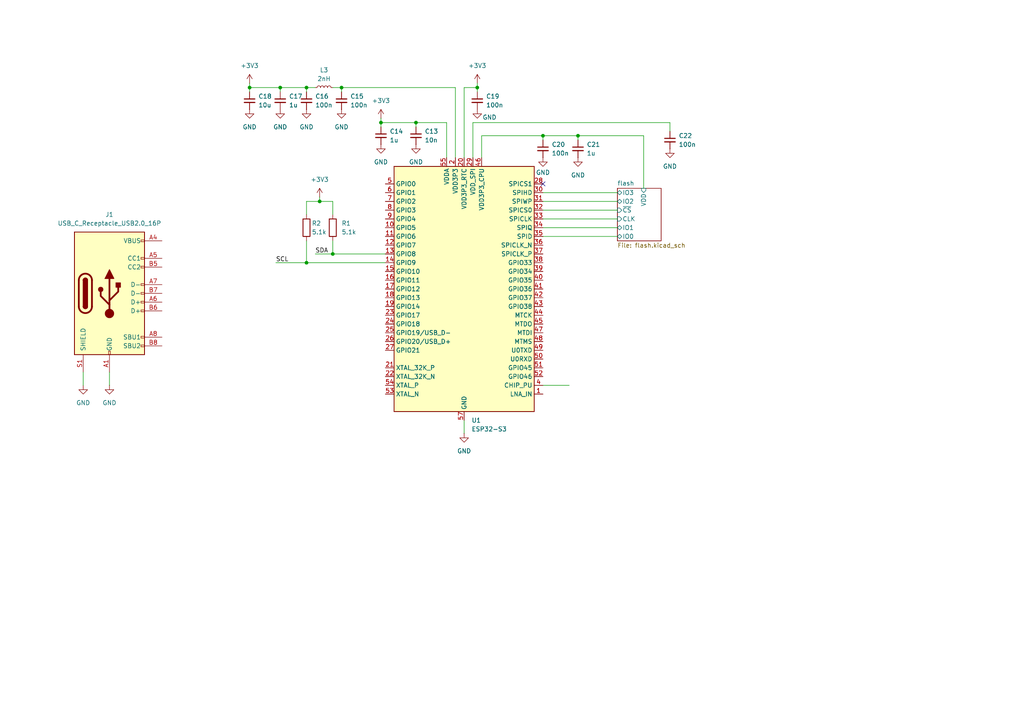
<source format=kicad_sch>
(kicad_sch (version 20250114) (generator "eeschema") (generator_version "9.0")
  (paper "A4")
  (lib_symbols
    (symbol "Connector:USB_C_Receptacle_USB2.0_16P" (pin_names (offset 1.016))
      (property "Reference" "J" (at 0 22.225 0))
      (property "Value" "USB_C_Receptacle_USB2.0_16P" (at 0 19.685 0))
      (symbol "USB_C_Receptacle_USB2.0_16P_0_0"
        (rectangle (start -0.254 -17.78) (end 0.254 -16.764))
        (rectangle (start 10.16 15.494) (end 9.144 14.986))
        (rectangle (start 10.16 10.414) (end 9.144 9.906))
        (rectangle (start 10.16 7.874) (end 9.144 7.366))
        (rectangle (start 10.16 2.794) (end 9.144 2.286))
        (rectangle (start 10.16 0.254) (end 9.144 -0.254))
        (rectangle (start 10.16 -2.286) (end 9.144 -2.794))
        (rectangle (start 10.16 -4.826) (end 9.144 -5.334))
        (rectangle (start 10.16 -12.446) (end 9.144 -12.954))
        (rectangle (start 10.16 -14.986) (end 9.144 -15.494))
      )
      (symbol "USB_C_Receptacle_USB2.0_16P_0_1"
        (rectangle (start -10.16 17.78) (end 10.16 -17.78) (stroke (width 0.254)) (fill (type background)))
        (polyline (pts (xy -8.89 -3.81) (xy -8.89 3.81)) (stroke (width 0.508)))
        (rectangle (start -7.62 -3.81) (end -6.35 3.81) (stroke (width 0.254)) (fill (type outline)))
        (arc (start -7.62 3.81) (mid -6.985 4.4423) (end -6.35 3.81) (stroke (width 0.254)))
        (arc (start -7.62 3.81) (mid -6.985 4.4423) (end -6.35 3.81) (stroke (width 0.254)) (fill (type outline)))
        (arc (start -8.89 3.81) (mid -6.985 5.7067) (end -5.08 3.81) (stroke (width 0.508)))
        (arc (start -5.08 -3.81) (mid -6.985 -5.7067) (end -8.89 -3.81) (stroke (width 0.508)))
        (arc (start -6.35 -3.81) (mid -6.985 -4.4423) (end -7.62 -3.81) (stroke (width 0.254)))
        (arc (start -6.35 -3.81) (mid -6.985 -4.4423) (end -7.62 -3.81) (stroke (width 0.254)) (fill (type outline)))
        (polyline (pts (xy -5.08 3.81) (xy -5.08 -3.81)) (stroke (width 0.508)))
        (circle (center -2.54 1.143) (radius 0.635) (stroke (width 0.254)) (fill (type outline)))
        (polyline (pts (xy -1.27 4.318) (xy 0 6.858) (xy 1.27 4.318) (xy -1.27 4.318)) (stroke (width 0.254)) (fill (type outline)))
        (polyline (pts (xy 0 -2.032) (xy 2.54 0.508) (xy 2.54 1.778)) (stroke (width 0.508)))
        (polyline (pts (xy 0 -3.302) (xy -2.54 -0.762) (xy -2.54 0.508)) (stroke (width 0.508)))
        (polyline (pts (xy 0 -5.842) (xy 0 4.318)) (stroke (width 0.508)))
        (circle (center 0 -5.842) (radius 1.27) (fill (type outline)))
        (rectangle (start 1.905 1.778) (end 3.175 3.048) (stroke (width 0.254)) (fill (type outline)))
      )
      (symbol "USB_C_Receptacle_USB2.0_16P_1_1"
        (pin passive line (at -7.62 -22.86 90) (length 5.08) (name "SHIELD") (number "S1"))
        (pin passive line (at 0 -22.86 90) (length 5.08) (name "GND") (number "A1"))
        (pin passive line (at 0 -22.86 90) (length 5.08) (hide yes) (name "GND") (number "A12"))
        (pin passive line (at 0 -22.86 90) (length 5.08) (hide yes) (name "GND") (number "B1"))
        (pin passive line (at 0 -22.86 90) (length 5.08) (hide yes) (name "GND") (number "B12"))
        (pin passive line (at 15.24 15.24 180) (length 5.08) (name "VBUS") (number "A4"))
        (pin passive line (at 15.24 15.24 180) (length 5.08) (hide yes) (name "VBUS") (number "A9"))
        (pin passive line (at 15.24 15.24 180) (length 5.08) (hide yes) (name "VBUS") (number "B4"))
        (pin passive line (at 15.24 15.24 180) (length 5.08) (hide yes) (name "VBUS") (number "B9"))
        (pin bidirectional line (at 15.24 10.16 180) (length 5.08) (name "CC1") (number "A5"))
        (pin bidirectional line (at 15.24 7.62 180) (length 5.08) (name "CC2") (number "B5"))
        (pin bidirectional line (at 15.24 2.54 180) (length 5.08) (name "D-") (number "A7"))
        (pin bidirectional line (at 15.24 0 180) (length 5.08) (name "D-") (number "B7"))
        (pin bidirectional line (at 15.24 -2.54 180) (length 5.08) (name "D+") (number "A6"))
        (pin bidirectional line (at 15.24 -5.08 180) (length 5.08) (name "D+") (number "B6"))
        (pin bidirectional line (at 15.24 -12.7 180) (length 5.08) (name "SBU1") (number "A8"))
        (pin bidirectional line (at 15.24 -15.24 180) (length 5.08) (name "SBU2") (number "B8"))
      )
    )
    (symbol "Device:C_Small" (pin_numbers (hide yes)) (pin_names (offset 0.254) (hide yes))
      (property "Reference" "C" (at 0.254 1.778 0))
      (property "Value" "C_Small" (at 0.254 -2.032 0))
      (symbol "C_Small_0_1"
        (polyline (pts (xy -1.524 0.508) (xy 1.524 0.508)) (stroke (width 0.3048)))
        (polyline (pts (xy -1.524 -0.508) (xy 1.524 -0.508)) (stroke (width 0.3302)))
      )
      (symbol "C_Small_1_1"
        (pin passive line (at 0 2.54 270) (length 2.032) (name "~") (number "1"))
        (pin passive line (at 0 -2.54 90) (length 2.032) (name "~") (number "2"))
      )
    )
    (symbol "Device:L_Small" (pin_numbers (hide yes)) (pin_names (offset 0.254) (hide yes))
      (property "Reference" "L" (at 0.762 1.016 0))
      (property "Value" "L_Small" (at 0.762 -1.016 0))
      (symbol "L_Small_0_1"
        (arc (start 0 2.032) (mid 0.5058 1.524) (end 0 1.016))
        (arc (start 0 1.016) (mid 0.5058 0.508) (end 0 0))
        (arc (start 0 0) (mid 0.5058 -0.508) (end 0 -1.016))
        (arc (start 0 -1.016) (mid 0.5058 -1.524) (end 0 -2.032))
      )
      (symbol "L_Small_1_1"
        (pin passive line (at 0 2.54 270) (length 0.508) (name "~") (number "1"))
        (pin passive line (at 0 -2.54 90) (length 0.508) (name "~") (number "2"))
      )
    )
    (symbol "Device:R" (pin_numbers (hide yes)) (pin_names (offset 0))
      (property "Reference" "R" (at 2.032 0 90))
      (property "Value" "R" (at 0 0 90))
      (symbol "R_0_1"
        (rectangle (start -1.016 -2.54) (end 1.016 2.54) (stroke (width 0.254)))
      )
      (symbol "R_1_1"
        (pin passive line (at 0 3.81 270) (length 1.27) (name "~") (number "1"))
        (pin passive line (at 0 -3.81 90) (length 1.27) (name "~") (number "2"))
      )
    )
    (symbol "MCU_Espressif:ESP32-S3"
      (property "Reference" "U" (at 10.16 -38.1 0))
      (property "Value" "ESP32-S3" (at 13.97 -40.64 0))
      (symbol "ESP32-S3_0_1"
        (rectangle (start -20.32 35.56) (end 20.32 -35.56) (stroke (width 0.254)) (fill (type background)))
      )
      (symbol "ESP32-S3_1_0"
        (pin passive line (at -5.08 38.1 270) (length 2.54) (hide yes) (name "VDDA") (number "56"))
        (pin bidirectional line (at 22.86 12.7 180) (length 2.54) (name "SPICLK_N") (number "36"))
        (pin bidirectional line (at 22.86 -10.16 180) (length 2.54) (name "MTDO") (number "45"))
        (pin bidirectional line (at 22.86 -22.86 180) (length 2.54) (name "GPIO45") (number "51"))
      )
      (symbol "ESP32-S3_1_1"
        (pin bidirectional line (at -22.86 30.48 0) (length 2.54) (name "GPIO0") (number "5"))
        (pin bidirectional line (at -22.86 27.94 0) (length 2.54) (name "GPIO1") (number "6"))
        (pin bidirectional line (at -22.86 25.4 0) (length 2.54) (name "GPIO2") (number "7"))
        (pin bidirectional line (at -22.86 22.86 0) (length 2.54) (name "GPIO3") (number "8"))
        (pin bidirectional line (at -22.86 20.32 0) (length 2.54) (name "GPIO4") (number "9"))
        (pin bidirectional line (at -22.86 17.78 0) (length 2.54) (name "GPIO5") (number "10"))
        (pin bidirectional line (at -22.86 15.24 0) (length 2.54) (name "GPIO6") (number "11"))
        (pin bidirectional line (at -22.86 12.7 0) (length 2.54) (name "GPIO7") (number "12"))
        (pin bidirectional line (at -22.86 10.16 0) (length 2.54) (name "GPIO8") (number "13"))
        (pin bidirectional line (at -22.86 7.62 0) (length 2.54) (name "GPIO9") (number "14"))
        (pin bidirectional line (at -22.86 5.08 0) (length 2.54) (name "GPIO10") (number "15"))
        (pin bidirectional line (at -22.86 2.54 0) (length 2.54) (name "GPIO11") (number "16"))
        (pin bidirectional line (at -22.86 0 0) (length 2.54) (name "GPIO12") (number "17"))
        (pin bidirectional line (at -22.86 -2.54 0) (length 2.54) (name "GPIO13") (number "18"))
        (pin bidirectional line (at -22.86 -5.08 0) (length 2.54) (name "GPIO14") (number "19"))
        (pin bidirectional line (at -22.86 -7.62 0) (length 2.54) (name "GPIO17") (number "23"))
        (pin bidirectional line (at -22.86 -10.16 0) (length 2.54) (name "GPIO18") (number "24"))
        (pin bidirectional line (at -22.86 -12.7 0) (length 2.54) (name "GPIO19/USB_D-") (number "25"))
        (pin bidirectional line (at -22.86 -15.24 0) (length 2.54) (name "GPIO20/USB_D+") (number "26"))
        (pin bidirectional line (at -22.86 -17.78 0) (length 2.54) (name "GPIO21") (number "27"))
        (pin passive line (at -22.86 -22.86 0) (length 2.54) (name "XTAL_32K_P") (number "21"))
        (pin passive line (at -22.86 -25.4 0) (length 2.54) (name "XTAL_32K_N") (number "22"))
        (pin input line (at -22.86 -27.94 0) (length 2.54) (name "XTAL_P") (number "54"))
        (pin output line (at -22.86 -30.48 0) (length 2.54) (name "XTAL_N") (number "53"))
        (pin power_in line (at -5.08 38.1 270) (length 2.54) (name "VDDA") (number "55"))
        (pin power_in line (at -2.54 38.1 270) (length 2.54) (name "VDD3P3") (number "2"))
        (pin passive line (at -2.54 38.1 270) (length 2.54) (hide yes) (name "VDD3P3") (number "3"))
        (pin power_in line (at 0 38.1 270) (length 2.54) (name "VDD3P3_RTC") (number "20"))
        (pin power_in line (at 0 -38.1 90) (length 2.54) (name "GND") (number "57"))
        (pin power_in line (at 2.54 38.1 270) (length 2.54) (name "VDD_SPI") (number "29"))
        (pin power_in line (at 5.08 38.1 270) (length 2.54) (name "VDD3P3_CPU") (number "46"))
        (pin bidirectional line (at 22.86 30.48 180) (length 2.54) (name "SPICS1") (number "28"))
        (pin bidirectional line (at 22.86 27.94 180) (length 2.54) (name "SPIHD") (number "30"))
        (pin bidirectional line (at 22.86 25.4 180) (length 2.54) (name "SPIWP") (number "31"))
        (pin bidirectional line (at 22.86 22.86 180) (length 2.54) (name "SPICS0") (number "32"))
        (pin bidirectional line (at 22.86 20.32 180) (length 2.54) (name "SPICLK") (number "33"))
        (pin bidirectional line (at 22.86 17.78 180) (length 2.54) (name "SPIQ") (number "34"))
        (pin bidirectional line (at 22.86 15.24 180) (length 2.54) (name "SPID") (number "35"))
        (pin bidirectional line (at 22.86 10.16 180) (length 2.54) (name "SPICLK_P") (number "37"))
        (pin bidirectional line (at 22.86 7.62 180) (length 2.54) (name "GPIO33") (number "38"))
        (pin bidirectional line (at 22.86 5.08 180) (length 2.54) (name "GPIO34") (number "39"))
        (pin bidirectional line (at 22.86 2.54 180) (length 2.54) (name "GPIO35") (number "40"))
        (pin bidirectional line (at 22.86 0 180) (length 2.54) (name "GPIO36") (number "41"))
        (pin bidirectional line (at 22.86 -2.54 180) (length 2.54) (name "GPIO37") (number "42"))
        (pin bidirectional line (at 22.86 -5.08 180) (length 2.54) (name "GPIO38") (number "43"))
        (pin bidirectional line (at 22.86 -7.62 180) (length 2.54) (name "MTCK") (number "44"))
        (pin bidirectional line (at 22.86 -12.7 180) (length 2.54) (name "MTDI") (number "47"))
        (pin bidirectional line (at 22.86 -15.24 180) (length 2.54) (name "MTMS") (number "48"))
        (pin bidirectional line (at 22.86 -17.78 180) (length 2.54) (name "U0TXD") (number "49"))
        (pin bidirectional line (at 22.86 -20.32 180) (length 2.54) (name "U0RXD") (number "50"))
        (pin bidirectional line (at 22.86 -25.4 180) (length 2.54) (name "GPIO46") (number "52"))
        (pin input line (at 22.86 -27.94 180) (length 2.54) (name "CHIP_PU") (number "4"))
        (pin bidirectional line (at 22.86 -30.48 180) (length 2.54) (name "LNA_IN") (number "1"))
      )
    )
    (symbol "power:+3V3" (power) (pin_numbers (hide yes)) (pin_names (offset 0) (hide yes))
      (property "Value" "+3V3" (at 0 3.556 0))
      (symbol "+3V3_0_1"
        (polyline (pts (xy -0.762 1.27) (xy 0 2.54)))
        (polyline (pts (xy 0 2.54) (xy 0.762 1.27)))
        (polyline (pts (xy 0 0) (xy 0 2.54)))
      )
      (symbol "+3V3_1_1"
        (pin power_in line (at 0 0 90) (length 0) (name "~") (number "1"))
      )
    )
    (symbol "power:GND" (power) (pin_numbers (hide yes)) (pin_names (offset 0) (hide yes))
      (property "Value" "GND" (at 0 -3.81 0))
      (symbol "GND_0_1"
        (polyline (pts (xy 0 0) (xy 0 -1.27) (xy 1.27 -1.27) (xy 0 -2.54) (xy -1.27 -1.27) (xy 0 -1.27)))
      )
      (symbol "GND_1_1"
        (pin power_in line (at 0 0 270) (length 0) (name "~") (number "1"))
      )
    )
  )
  (junction (at 120.65 35.56))
  (junction (at 88.9 76.2))
  (junction (at 88.9 25.4))
  (junction (at 157.48 39.37))
  (junction (at 167.64 39.37))
  (junction (at 72.39 25.4))
  (junction (at 96.52 73.66))
  (junction (at 99.06 25.4))
  (junction (at 92.71 58.42))
  (junction (at 138.43 25.4))
  (junction (at 110.49 35.56))
  (junction (at 81.28 25.4))
  (no_connect (at 157.48 53.34))
  (wire (pts (xy 72.39 26.67) (xy 72.39 25.4)))
  (wire (pts (xy 96.52 73.66) (xy 111.76 73.66)))
  (wire (pts (xy 110.49 35.56) (xy 110.49 36.83)))
  (wire (pts (xy 157.48 58.42) (xy 179.07 58.42)))
  (wire (pts (xy 167.64 39.37) (xy 186.69 39.37)))
  (wire (pts (xy 157.48 68.58) (xy 179.07 68.58)))
  (wire (pts (xy 137.16 45.72) (xy 137.16 35.56)))
  (wire (pts (xy 24.13 107.95) (xy 24.13 111.76)))
  (wire (pts (xy 137.16 35.56) (xy 194.31 35.56)))
  (wire (pts (xy 139.7 39.37) (xy 157.48 39.37)))
  (wire (pts (xy 157.48 63.5) (xy 179.07 63.5)))
  (wire (pts (xy 80.01 76.2) (xy 88.9 76.2)))
  (wire (pts (xy 99.06 25.4) (xy 132.08 25.4)))
  (wire (pts (xy 31.75 107.95) (xy 31.75 111.76)))
  (wire (pts (xy 96.52 69.85) (xy 96.52 73.66)))
  (wire (pts (xy 96.52 58.42) (xy 96.52 62.23)))
  (wire (pts (xy 157.48 60.96) (xy 179.07 60.96)))
  (wire (pts (xy 120.65 35.56) (xy 120.65 36.83)))
  (wire (pts (xy 134.62 25.4) (xy 138.43 25.4)))
  (wire (pts (xy 72.39 24.13) (xy 72.39 25.4)))
  (wire (pts (xy 88.9 62.23) (xy 88.9 58.42)))
  (wire (pts (xy 88.9 25.4) (xy 88.9 26.67)))
  (wire (pts (xy 72.39 25.4) (xy 81.28 25.4)))
  (wire (pts (xy 99.06 25.4) (xy 99.06 26.67)))
  (wire (pts (xy 139.7 45.72) (xy 139.7 39.37)))
  (wire (pts (xy 110.49 35.56) (xy 120.65 35.56)))
  (wire (pts (xy 91.44 25.4) (xy 88.9 25.4)))
  (wire (pts (xy 157.48 39.37) (xy 157.48 40.64)))
  (wire (pts (xy 88.9 69.85) (xy 88.9 76.2)))
  (wire (pts (xy 157.48 55.88) (xy 179.07 55.88)))
  (wire (pts (xy 92.71 58.42) (xy 96.52 58.42)))
  (wire (pts (xy 81.28 25.4) (xy 81.28 26.67)))
  (wire (pts (xy 132.08 45.72) (xy 132.08 25.4)))
  (wire (pts (xy 92.71 57.15) (xy 92.71 58.42)))
  (wire (pts (xy 110.49 34.29) (xy 110.49 35.56)))
  (wire (pts (xy 96.52 25.4) (xy 99.06 25.4)))
  (wire (pts (xy 129.54 35.56) (xy 129.54 45.72)))
  (wire (pts (xy 138.43 24.13) (xy 138.43 25.4)))
  (wire (pts (xy 129.54 35.56) (xy 120.65 35.56)))
  (wire (pts (xy 88.9 58.42) (xy 92.71 58.42)))
  (wire (pts (xy 88.9 76.2) (xy 111.76 76.2)))
  (wire (pts (xy 134.62 25.4) (xy 134.62 45.72)))
  (wire (pts (xy 157.48 39.37) (xy 167.64 39.37)))
  (wire (pts (xy 91.44 73.66) (xy 96.52 73.66)))
  (wire (pts (xy 134.62 121.92) (xy 134.62 125.73)))
  (wire (pts (xy 157.48 66.04) (xy 179.07 66.04)))
  (wire (pts (xy 81.28 25.4) (xy 88.9 25.4)))
  (wire (pts (xy 194.31 35.56) (xy 194.31 38.1)))
  (wire (pts (xy 186.69 39.37) (xy 186.69 54.61)))
  (wire (pts (xy 167.64 39.37) (xy 167.64 40.64)))
  (wire (pts (xy 157.48 111.76) (xy 165.1 111.76)))
  (wire (pts (xy 138.43 25.4) (xy 138.43 26.67)))
  (label "SCL" (at 80.01 76.2 0))
  (label "SDA" (at 91.44 73.66 0))
  (symbol (lib_id "Device:C_Small") (at 99.06 29.21 0) (unit 1)
    (property "Reference" "C15" (at 101.6 27.9462 0) (effects (justify left)))
    (property "Value" "100n" (at 101.6 30.4862 0) (effects (justify left)))
    (property "Footprint" "Capacitor_SMD:C_0402_1005Metric" (effects (hide yes)))
    (property "Description" "Unpolarized capacitor, small symbol" (effects (hide yes)))
    (property "LCSC" "C1525" (effects (hide yes)))
  )
  (symbol (lib_id "Device:C_Small") (at 194.31 40.64 0) (unit 1)
    (property "Reference" "C22" (at 196.85 39.3762 0) (effects (justify left)))
    (property "Value" "100n" (at 196.85 41.9162 0) (effects (justify left)))
    (property "Footprint" "Capacitor_SMD:C_0402_1005Metric" (effects (hide yes)))
    (property "Description" "Unpolarized capacitor, small symbol" (effects (hide yes)))
    (property "LCSC" "C1525" (effects (hide yes)))
  )
  (symbol (lib_id "power:GND") (at 81.28 31.75 0) (unit 1)
    (property "Reference" "#PWR033" (effects (hide yes)))
    (property "Value" "GND" (at 81.28 36.83 0))
    (property "Description" "Power symbol creates a global label with name \"GND\" , ground" (effects (hide yes)))
  )
  (symbol (lib_id "Device:C_Small") (at 167.64 43.18 0) (unit 1)
    (property "Reference" "C21" (at 170.18 41.9162 0) (effects (justify left)))
    (property "Value" "1u" (at 170.18 44.4562 0) (effects (justify left)))
    (property "Footprint" "Capacitor_SMD:C_0402_1005Metric" (effects (hide yes)))
    (property "Description" "Unpolarized capacitor, small symbol" (effects (hide yes)))
    (property "LCSC" "C52923" (effects (hide yes)))
  )
  (symbol (lib_id "Device:C_Small") (at 88.9 29.21 0) (unit 1)
    (property "Reference" "C16" (at 91.44 27.9462 0) (effects (justify left)))
    (property "Value" "100n" (at 91.44 30.4862 0) (effects (justify left)))
    (property "Footprint" "Capacitor_SMD:C_0402_1005Metric" (effects (hide yes)))
    (property "Description" "Unpolarized capacitor, small symbol" (effects (hide yes)))
    (property "LCSC" "C1525" (effects (hide yes)))
  )
  (symbol (lib_id "Device:R") (at 88.9 66.04 0) (unit 1)
    (property "Reference" "R2" (at 90.424 64.77 0) (effects (justify left)))
    (property "Value" "5.1k" (at 90.424 67.31 0) (effects (justify left)))
    (property "Description" "Resistor" (effects (hide yes)))
  )
  (symbol (lib_id "power:GND") (at 31.75 111.76 0) (unit 1)
    (property "Reference" "#PWR02" (effects (hide yes)))
    (property "Value" "GND" (at 31.75 116.84 0))
    (property "Description" "Power symbol creates a global label with name \"GND\" , ground" (effects (hide yes)))
  )
  (symbol (lib_id "power:GND") (at 120.65 41.91 0) (unit 1)
    (property "Reference" "#PWR028" (effects (hide yes)))
    (property "Value" "GND" (at 120.65 46.99 0))
    (property "Description" "Power symbol creates a global label with name \"GND\" , ground" (effects (hide yes)))
  )
  (symbol (lib_id "power:+3V3") (at 110.49 34.29 0) (unit 1)
    (property "Reference" "#PWR04" (effects (hide yes)))
    (property "Value" "+3V3" (at 110.49 29.21 0))
    (property "Description" "Power symbol creates a global label with name \"+3V3\"" (effects (hide yes)))
  )
  (symbol (lib_id "Device:C_Small") (at 81.28 29.21 0) (unit 1)
    (property "Reference" "C17" (at 83.82 27.9462 0) (effects (justify left)))
    (property "Value" "1u" (at 83.82 30.4862 0) (effects (justify left)))
    (property "Footprint" "Capacitor_SMD:C_0402_1005Metric" (effects (hide yes)))
    (property "Description" "Unpolarized capacitor, small symbol" (effects (hide yes)))
    (property "LCSC" "C52923" (effects (hide yes)))
  )
  (symbol (lib_id "power:+3V3") (at 72.39 24.13 0) (unit 1)
    (property "Reference" "#PWR037" (effects (hide yes)))
    (property "Value" "+3V3" (at 72.39 19.05 0))
    (property "Description" "Power symbol creates a global label with name \"+3V3\"" (effects (hide yes)))
  )
  (symbol (lib_id "power:GND") (at 24.13 111.76 0) (unit 1)
    (property "Reference" "#PWR06" (effects (hide yes)))
    (property "Value" "GND" (at 24.13 116.84 0))
    (property "Description" "Power symbol creates a global label with name \"GND\" , ground" (effects (hide yes)))
  )
  (symbol (lib_id "power:GND") (at 134.62 125.73 0) (unit 1)
    (property "Reference" "#PWR03" (effects (hide yes)))
    (property "Value" "GND" (at 134.62 130.81 0))
    (property "Description" "Power symbol creates a global label with name \"GND\" , ground" (effects (hide yes)))
  )
  (symbol (lib_id "power:GND") (at 194.31 43.18 0) (unit 1)
    (property "Reference" "#PWR040" (effects (hide yes)))
    (property "Value" "GND" (at 194.31 48.26 0))
    (property "Description" "Power symbol creates a global label with name \"GND\" , ground" (effects (hide yes)))
  )
  (symbol (lib_id "Device:C_Small") (at 110.49 39.37 0) (unit 1)
    (property "Reference" "C14" (at 113.03 38.1062 0) (effects (justify left)))
    (property "Value" "1u" (at 113.03 40.6462 0) (effects (justify left)))
    (property "Footprint" "Capacitor_SMD:C_0402_1005Metric" (effects (hide yes)))
    (property "Description" "Unpolarized capacitor, small symbol" (effects (hide yes)))
    (property "LCSC" "C52923" (effects (hide yes)))
  )
  (symbol (lib_id "power:GND") (at 72.39 31.75 0) (unit 1)
    (property "Reference" "#PWR034" (effects (hide yes)))
    (property "Value" "GND" (at 72.39 36.83 0))
    (property "Description" "Power symbol creates a global label with name \"GND\" , ground" (effects (hide yes)))
  )
  (symbol (lib_id "Connector:USB_C_Receptacle_USB2.0_16P") (at 31.75 85.09 0) (unit 1)
    (property "Reference" "J1" (at 31.75 62.23 0))
    (property "Value" "USB_C_Receptacle_USB2.0_16P" (at 31.75 64.77 0))
    (property "Datasheet" "https://www.usb.org/sites/default/files/documents/usb_type-c.zip" (effects (hide yes)))
    (property "Description" "USB 2.0-only 16P Type-C Receptacle connector" (effects (hide yes)))
  )
  (symbol (lib_id "power:GND") (at 157.48 45.72 0) (unit 1)
    (property "Reference" "#PWR036" (effects (hide yes)))
    (property "Value" "GND" (at 157.48 50.038 0))
    (property "Description" "Power symbol creates a global label with name \"GND\" , ground" (effects (hide yes)))
  )
  (symbol (lib_id "Device:C_Small") (at 120.65 39.37 0) (unit 1)
    (property "Reference" "C13" (at 123.19 38.1062 0) (effects (justify left)))
    (property "Value" "10n" (at 123.19 40.6462 0) (effects (justify left)))
    (property "Footprint" "Capacitor_SMD:C_0402_1005Metric" (effects (hide yes)))
    (property "Description" "Unpolarized capacitor, small symbol" (effects (hide yes)))
    (property "LCSC" "C15195" (effects (hide yes)))
  )
  (symbol (lib_id "Device:C_Small") (at 72.39 29.21 0) (unit 1)
    (property "Reference" "C18" (at 74.93 27.9462 0) (effects (justify left)))
    (property "Value" "10u" (at 74.93 30.4862 0) (effects (justify left)))
    (property "Footprint" "Capacitor_SMD:C_0603_1608Metric" (effects (hide yes)))
    (property "Description" "Unpolarized capacitor, small symbol" (effects (hide yes)))
    (property "LCSC" "C96446" (effects (hide yes)))
  )
  (symbol (lib_id "power:GND") (at 138.43 31.75 0) (unit 1)
    (property "Reference" "#PWR035" (effects (hide yes)))
    (property "Value" "GND" (at 141.986 34.036 0))
    (property "Description" "Power symbol creates a global label with name \"GND\" , ground" (effects (hide yes)))
  )
  (symbol (lib_id "power:GND") (at 167.64 45.72 0) (unit 1)
    (property "Reference" "#PWR039" (effects (hide yes)))
    (property "Value" "GND" (at 167.64 50.8 0))
    (property "Description" "Power symbol creates a global label with name \"GND\" , ground" (effects (hide yes)))
  )
  (symbol (lib_id "Device:L_Small") (at 93.98 25.4 90) (unit 1)
    (property "Reference" "L3" (at 93.98 20.32 90))
    (property "Value" "2nH" (at 93.98 22.86 90))
    (property "Footprint" "Inductor_SMD:L_0402_1005Metric" (effects (hide yes)))
    (property "Description" "Inductor, small symbol" (effects (hide yes)))
    (property "LCSC" "C18216" (effects (hide yes)))
  )
  (symbol (lib_id "power:+3V3") (at 138.43 24.13 0) (unit 1)
    (property "Reference" "#PWR038" (effects (hide yes)))
    (property "Value" "+3V3" (at 138.43 19.05 0))
    (property "Description" "Power symbol creates a global label with name \"+3V3\"" (effects (hide yes)))
  )
  (symbol (lib_id "power:GND") (at 99.06 31.75 0) (unit 1)
    (property "Reference" "#PWR031" (effects (hide yes)))
    (property "Value" "GND" (at 99.06 36.83 0))
    (property "Description" "Power symbol creates a global label with name \"GND\" , ground" (effects (hide yes)))
  )
  (symbol (lib_id "power:GND") (at 88.9 31.75 0) (unit 1)
    (property "Reference" "#PWR032" (effects (hide yes)))
    (property "Value" "GND" (at 88.9 36.83 0))
    (property "Description" "Power symbol creates a global label with name \"GND\" , ground" (effects (hide yes)))
  )
  (symbol (lib_id "Device:C_Small") (at 157.48 43.18 0) (unit 1)
    (property "Reference" "C20" (at 160.02 41.9162 0) (effects (justify left)))
    (property "Value" "100n" (at 160.02 44.4562 0) (effects (justify left)))
    (property "Footprint" "Capacitor_SMD:C_0402_1005Metric" (effects (hide yes)))
    (property "Description" "Unpolarized capacitor, small symbol" (effects (hide yes)))
    (property "LCSC" "C1525" (effects (hide yes)))
  )
  (symbol (lib_id "Device:R") (at 96.52 66.04 0) (unit 1)
    (property "Reference" "R1" (at 99.06 64.7699 0) (effects (justify left)))
    (property "Value" "5.1k" (at 99.06 67.3099 0) (effects (justify left)))
    (property "Description" "Resistor" (effects (hide yes)))
  )
  (symbol (lib_id "power:+3V3") (at 92.71 57.15 0) (unit 1)
    (property "Reference" "#PWR01" (effects (hide yes)))
    (property "Value" "+3V3" (at 92.71 52.07 0))
    (property "Description" "Power symbol creates a global label with name \"+3V3\"" (effects (hide yes)))
  )
  (symbol (lib_id "Device:C_Small") (at 138.43 29.21 0) (unit 1)
    (property "Reference" "C19" (at 140.97 27.9462 0) (effects (justify left)))
    (property "Value" "100n" (at 140.97 30.4862 0) (effects (justify left)))
    (property "Footprint" "Capacitor_SMD:C_0402_1005Metric" (effects (hide yes)))
    (property "Description" "Unpolarized capacitor, small symbol" (effects (hide yes)))
    (property "LCSC" "C1525" (effects (hide yes)))
  )
  (symbol (lib_id "power:GND") (at 110.49 41.91 0) (unit 1)
    (property "Reference" "#PWR029" (effects (hide yes)))
    (property "Value" "GND" (at 110.49 46.99 0))
    (property "Description" "Power symbol creates a global label with name \"GND\" , ground" (effects (hide yes)))
  )
  (symbol (lib_id "MCU_Espressif:ESP32-S3") (at 134.62 83.82 0) (unit 1)
    (property "Reference" "U1" (at 136.7633 121.92 0) (effects (justify left)))
    (property "Value" "ESP32-S3" (at 136.7633 124.46 0) (effects (justify left)))
    (property "Footprint" "Package_DFN_QFN:QFN-56-1EP_7x7mm_P0.4mm_EP4x4mm" (effects (hide yes)))
    (property "Datasheet" "https://www.espressif.com/sites/default/files/documentation/esp32-s3_datasheet_en.pdf" (effects (hide yes)))
    (property "Description" "Microcontroller, Wi-Fi 802.11b/g/n, Bluetooth, 32bit" (effects (hide yes)))
  )
  (sheet (at 179.07 54.61) (size 12.7 15.24) (stroke (width 0.1524))
    (property "Sheetname" "flash" (at 179.07 53.8984 0) (effects (justify left bottom)))
    (property "Sheetfile" "flash.kicad_sch" (at 179.07 70.4346 0) (effects (justify left top)))
    (pin "CLK" input (at 179.07 63.5 180))
    (pin "IO0" bidirectional (at 179.07 68.58 180))
    (pin "IO1" bidirectional (at 179.07 66.04 180))
    (pin "IO2" bidirectional (at 179.07 58.42 180))
    (pin "IO3" bidirectional (at 179.07 55.88 180))
    (pin "~{CS}" input (at 179.07 60.96 180))
    (pin "VDD" input (at 186.69 54.61 90))
  )
)
</source>
